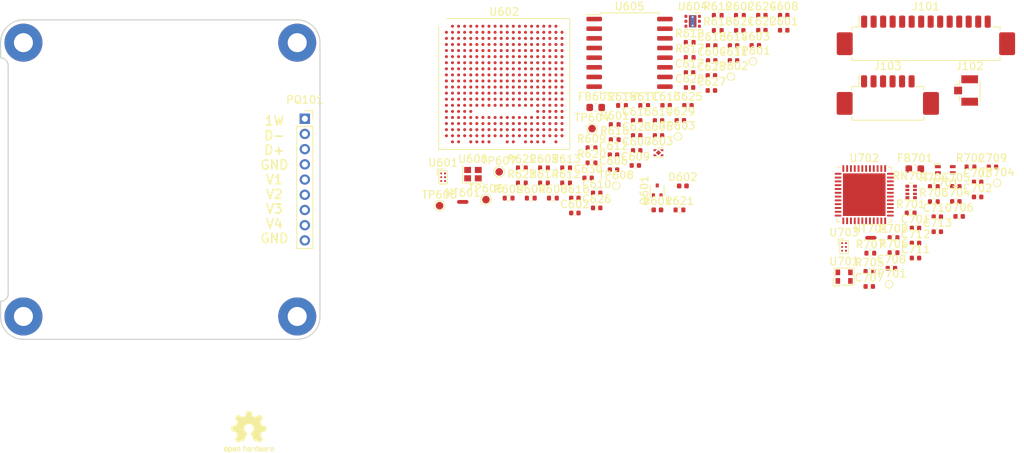
<source format=kicad_pcb>
(kicad_pcb (version 20211014) (generator pcbnew)

  (general
    (thickness 1.6)
  )

  (paper "A4")
  (layers
    (0 "F.Cu" signal)
    (31 "B.Cu" signal)
    (32 "B.Adhes" user "B.Adhesive")
    (33 "F.Adhes" user "F.Adhesive")
    (34 "B.Paste" user)
    (35 "F.Paste" user)
    (36 "B.SilkS" user "B.Silkscreen")
    (37 "F.SilkS" user "F.Silkscreen")
    (38 "B.Mask" user)
    (39 "F.Mask" user)
    (41 "Cmts.User" user "User.Comments")
    (42 "Eco1.User" user "User.Eco1")
    (43 "Eco2.User" user "User.Eco2")
    (44 "Edge.Cuts" user)
    (45 "Margin" user)
    (46 "B.CrtYd" user "B.Courtyard")
    (47 "F.CrtYd" user "F.Courtyard")
    (48 "B.Fab" user)
    (49 "F.Fab" user)
  )

  (setup
    (pad_to_mask_clearance 0.2)
    (solder_mask_min_width 0.25)
    (grid_origin 171.1452 89.472)
    (pcbplotparams
      (layerselection 0x0000030_80000001)
      (disableapertmacros false)
      (usegerberextensions false)
      (usegerberattributes false)
      (usegerberadvancedattributes false)
      (creategerberjobfile false)
      (svguseinch false)
      (svgprecision 6)
      (excludeedgelayer true)
      (plotframeref false)
      (viasonmask false)
      (mode 1)
      (useauxorigin false)
      (hpglpennumber 1)
      (hpglpenspeed 20)
      (hpglpendiameter 15.000000)
      (dxfpolygonmode true)
      (dxfimperialunits true)
      (dxfusepcbnewfont true)
      (psnegative false)
      (psa4output false)
      (plotreference true)
      (plotvalue true)
      (plotinvisibletext false)
      (sketchpadsonfab false)
      (subtractmaskfromsilk false)
      (outputformat 1)
      (mirror false)
      (drillshape 1)
      (scaleselection 1)
      (outputdirectory "")
    )
  )

  (net 0 "")
  (net 1 "GND")
  (net 2 "3V3")
  (net 3 "unconnected-(PQ101-Pad1)")
  (net 4 "unconnected-(PQ101-Pad2)")
  (net 5 "unconnected-(PQ101-Pad3)")
  (net 6 "unconnected-(PQ101-Pad6)")
  (net 7 "unconnected-(PQ101-Pad7)")
  (net 8 "unconnected-(PQ101-Pad8)")
  (net 9 "Net-(C601-Pad1)")
  (net 10 "/fpga/FPGA_2V5")
  (net 11 "/fpga/FPGA_3V3")
  (net 12 "/fpga/FPGA_1V1")
  (net 13 "Net-(C701-Pad1)")
  (net 14 "Net-(C701-Pad2)")
  (net 15 "/transceiver/TRX_3V3")
  (net 16 "Net-(C704-Pad2)")
  (net 17 "Net-(C710-Pad1)")
  (net 18 "Net-(C711-Pad1)")
  (net 19 "/transceiver/RF09P")
  (net 20 "/transceiver/RF09CAP_P")
  (net 21 "/transceiver/RF09N")
  (net 22 "/transceiver/RF09CAP_N")
  (net 23 "/transceiver/RF_EN")
  (net 24 "/transceiver/RST")
  (net 25 "/transceiver/IRQ")
  (net 26 "/SPI_CS2")
  (net 27 "/SPI_CS1")
  (net 28 "/fpga/SPI_CLK")
  (net 29 "/fpga/SPI_MISO")
  (net 30 "/fpga/SPI_MOSI")
  (net 31 "/fpga/FPGA_EN")
  (net 32 "/fpga/FPGA_DONE")
  (net 33 "/fpga/FPGA_INIT")
  (net 34 "/transceiver/RFIO")
  (net 35 "/fpga/JTDO")
  (net 36 "/fpga/JTCK")
  (net 37 "/fpga/JTMS")
  (net 38 "/fpga/JTDI")
  (net 39 "/fpga/FPGA_1V1_PG")
  (net 40 "Net-(NT701-Pad1)")
  (net 41 "Net-(R602-Pad2)")
  (net 42 "/fpga/FPGA_3V3_FAULT")
  (net 43 "/fpga/RXCLOCKP")
  (net 44 "/fpga/RXCLOCKN")
  (net 45 "/fpga/RXDATAP")
  (net 46 "/fpga/RXDATAN")
  (net 47 "Net-(D601-Pad2)")
  (net 48 "Net-(D602-Pad2)")
  (net 49 "Net-(R616-Pad2)")
  (net 50 "Net-(R617-Pad2)")
  (net 51 "Net-(R618-Pad2)")
  (net 52 "Net-(R619-Pad1)")
  (net 53 "/fpga/~{CFG_CS}")
  (net 54 "/fpga/CFG_IO2")
  (net 55 "/fpga/CFG_IO3")
  (net 56 "/fpga/TXCLOCKN")
  (net 57 "/fpga/TXCLOCKP")
  (net 58 "/fpga/TXDATAN")
  (net 59 "/fpga/TXDATAP")
  (net 60 "Net-(R704-Pad2)")
  (net 61 "/transceiver/TRX_FAULT")
  (net 62 "Net-(R707-Pad2)")
  (net 63 "Net-(RN701-Pad5)")
  (net 64 "Net-(RN701-Pad6)")
  (net 65 "Net-(RN701-Pad7)")
  (net 66 "Net-(RN701-Pad8)")
  (net 67 "/fpga/FPGA_IO1")
  (net 68 "/fpga/FPGA_IO0")
  (net 69 "unconnected-(U602-PadB6)")
  (net 70 "unconnected-(U602-PadB8)")
  (net 71 "unconnected-(U602-PadB9)")
  (net 72 "unconnected-(U602-PadB10)")
  (net 73 "/fpga/FPGA_CLK_IN")
  (net 74 "unconnected-(U602-PadC6)")
  (net 75 "unconnected-(U602-PadC7)")
  (net 76 "unconnected-(U602-PadC8)")
  (net 77 "unconnected-(U602-PadC9)")
  (net 78 "unconnected-(U602-PadC10)")
  (net 79 "unconnected-(U602-PadC11)")
  (net 80 "unconnected-(U602-PadC18)")
  (net 81 "unconnected-(U602-PadD6)")
  (net 82 "unconnected-(U602-PadD7)")
  (net 83 "unconnected-(U602-PadD8)")
  (net 84 "unconnected-(U602-PadD9)")
  (net 85 "unconnected-(U602-PadD10)")
  (net 86 "unconnected-(U602-PadD17)")
  (net 87 "unconnected-(U602-PadD18)")
  (net 88 "unconnected-(U602-PadD20)")
  (net 89 "unconnected-(U602-PadE6)")
  (net 90 "unconnected-(U602-PadE7)")
  (net 91 "unconnected-(U602-PadE8)")
  (net 92 "unconnected-(U602-PadE9)")
  (net 93 "unconnected-(U602-PadE10)")
  (net 94 "unconnected-(U602-PadE16)")
  (net 95 "unconnected-(U602-PadE17)")
  (net 96 "unconnected-(U602-PadE18)")
  (net 97 "unconnected-(U602-PadE19)")
  (net 98 "unconnected-(U602-PadF16)")
  (net 99 "unconnected-(U602-PadF17)")
  (net 100 "unconnected-(U602-PadF18)")
  (net 101 "unconnected-(U602-PadF20)")
  (net 102 "unconnected-(U602-PadG16)")
  (net 103 "unconnected-(U602-PadG18)")
  (net 104 "unconnected-(U602-PadG20)")
  (net 105 "unconnected-(U602-PadH16)")
  (net 106 "unconnected-(U602-PadH17)")
  (net 107 "unconnected-(U602-PadH18)")
  (net 108 "unconnected-(U602-PadJ16)")
  (net 109 "unconnected-(U602-PadJ17)")
  (net 110 "unconnected-(U602-PadJ18)")
  (net 111 "unconnected-(U602-PadJ20)")
  (net 112 "unconnected-(U602-PadK16)")
  (net 113 "unconnected-(U602-PadK17)")
  (net 114 "unconnected-(U602-PadK18)")
  (net 115 "unconnected-(U602-PadK20)")
  (net 116 "unconnected-(U602-PadR1)")
  (net 117 "unconnected-(U602-PadR3)")
  (net 118 "unconnected-(U602-PadT1)")
  (net 119 "unconnected-(U602-PadT2)")
  (net 120 "unconnected-(U602-PadT3)")
  (net 121 "unconnected-(U602-PadU1)")
  (net 122 "unconnected-(U602-PadU2)")
  (net 123 "/fpga/CFG_CLK")
  (net 124 "unconnected-(U602-PadV1)")
  (net 125 "/fpga/CFG_IO1")
  (net 126 "/fpga/CFG_IO0")
  (net 127 "unconnected-(U602-PadW3)")
  (net 128 "unconnected-(U602-PadW4)")
  (net 129 "unconnected-(U602-PadW5)")
  (net 130 "unconnected-(U602-PadW8)")
  (net 131 "unconnected-(U602-PadW9)")
  (net 132 "unconnected-(U602-PadW10)")
  (net 133 "unconnected-(U602-PadW11)")
  (net 134 "unconnected-(U602-PadW13)")
  (net 135 "unconnected-(U602-PadW14)")
  (net 136 "unconnected-(U602-PadW17)")
  (net 137 "unconnected-(U602-PadW18)")
  (net 138 "unconnected-(U602-PadW20)")
  (net 139 "unconnected-(U602-PadY5)")
  (net 140 "unconnected-(U602-PadY6)")
  (net 141 "unconnected-(U602-PadY7)")
  (net 142 "unconnected-(U602-PadY8)")
  (net 143 "unconnected-(U602-PadY11)")
  (net 144 "unconnected-(U602-PadY12)")
  (net 145 "unconnected-(U602-PadY14)")
  (net 146 "unconnected-(U602-PadY15)")
  (net 147 "unconnected-(U602-PadY16)")
  (net 148 "unconnected-(U602-PadY17)")
  (net 149 "unconnected-(U602-PadY19)")
  (net 150 "unconnected-(U604-Pad2)")
  (net 151 "unconnected-(U605-Pad3)")
  (net 152 "unconnected-(U605-Pad4)")
  (net 153 "unconnected-(U605-Pad5)")
  (net 154 "unconnected-(U605-Pad6)")
  (net 155 "unconnected-(U605-Pad11)")
  (net 156 "unconnected-(U605-Pad12)")
  (net 157 "unconnected-(U605-Pad13)")
  (net 158 "unconnected-(U605-Pad14)")
  (net 159 "unconnected-(U702-Pad1)")
  (net 160 "unconnected-(U702-Pad2)")
  (net 161 "unconnected-(U702-Pad4)")
  (net 162 "unconnected-(U702-Pad5)")
  (net 163 "unconnected-(U702-Pad11)")
  (net 164 "unconnected-(U702-Pad12)")
  (net 165 "unconnected-(U702-Pad22)")
  (net 166 "unconnected-(U702-Pad35)")
  (net 167 "unconnected-(U702-Pad36)")
  (net 168 "unconnected-(U702-Pad47)")
  (net 169 "Net-(D602-Pad1)")
  (net 170 "unconnected-(H103-Pad1)")
  (net 171 "unconnected-(H101-Pad1)")
  (net 172 "unconnected-(H102-Pad1)")
  (net 173 "unconnected-(H104-Pad1)")

  (footprint "Symbol:OSHW-Logo2_7.3x6mm_SilkScreen" (layer "F.Cu") (at 163.8046 130.6962))

  (footprint "MountingHole:MountingHole_2.5mm_Pad" (layer "F.Cu") (at 170.1452 79.472))

  (footprint "MountingHole:MountingHole_2.5mm_Pad" (layer "F.Cu") (at 134.1452 79.472))

  (footprint "Connector_PinSocket_2.00mm:PinSocket_1x09_P2.00mm_Vertical" (layer "F.Cu") (at 171.1452 89.472))

  (footprint "Resistor_SMD:R_0402_1005Metric" (layer "F.Cu") (at 203.7618 99.9088))

  (footprint "Capacitor_SMD:C_0402_1005Metric" (layer "F.Cu") (at 220.5218 89.6888))

  (footprint "Resistor_SMD:R_0402_1005Metric" (layer "F.Cu") (at 205.5018 97.9188))

  (footprint "Capacitor_SMD:C_0402_1005Metric" (layer "F.Cu") (at 234.1118 77.8388))

  (footprint "Capacitor_SMD:C_0402_1005Metric" (layer "F.Cu") (at 206.6518 101.8688))

  (footprint "Package_BGA:Texas_DSBGA-6_0.9x1.4mm_Layout2x3_P0.5mm" (layer "F.Cu") (at 242.0518 106.3288))

  (footprint "Resistor_SMD:R_0402_1005Metric" (layer "F.Cu") (at 200.8518 99.9088))

  (footprint "Resistor_SMD:R_0402_1005Metric" (layer "F.Cu") (at 245.5018 107.1488))

  (footprint "Capacitor_SMD:C_0402_1005Metric" (layer "F.Cu") (at 231.2418 77.8388))

  (footprint "Capacitor_SMD:C_0402_1005Metric" (layer "F.Cu") (at 228.3318 77.8588))

  (footprint "Capacitor_SMD:C_0402_1005Metric" (layer "F.Cu") (at 234.1118 75.8688))

  (footprint "Resistor_SMD:R_0402_1005Metric" (layer "F.Cu") (at 225.4418 77.8688))

  (footprint "Capacitor_SMD:C_0402_1005Metric" (layer "F.Cu") (at 224.6018 83.7888))

  (footprint "Resistor_SMD:R_0402_1005Metric" (layer "F.Cu") (at 199.6818 95.9288))

  (footprint "Inductor_SMD:L_0603_1608Metric" (layer "F.Cu") (at 251.3518 96.0688))

  (footprint "Package_SO:SOIC-16W_7.5x10.3mm_P1.27mm" (layer "F.Cu") (at 213.8418 80.8088))

  (footprint "Capacitor_SMD:C_0402_1005Metric" (layer "F.Cu") (at 214.7818 89.7088))

  (footprint "Package_BGA:Lattice_caBGA-381_17.0x17.0mm_Layout20x20_P0.8mm_Ball0.4mm_Pad0.4mm_NSMD" (layer "F.Cu") (at 197.3618 84.9088))

  (footprint "Capacitor_SMD:C_0402_1005Metric" (layer "F.Cu") (at 221.7318 83.3988))

  (footprint "Capacitor_SMD:C_0402_1005Metric" (layer "F.Cu") (at 221.7318 85.3688))

  (footprint "Resistor_SMD:R_0402_1005Metric" (layer "F.Cu") (at 202.5918 95.9288))

  (footprint "Capacitor_SMD:C_0402_1005Metric" (layer "F.Cu") (at 251.4418 103.8488))

  (footprint "Resistor_SMD:R_0402_1005Metric" (layer "F.Cu")
    (tedit 5F68FEEE) (tstamp 300d7d5e-0d86-45d7-aadc-54e5d9cf2005)
    (at 199.6818 97.9188)
    (descr "Resistor SMD 0402 (1005 Metric), square (rectangular) end terminal, IPC_7351 nominal, (Body size source: IPC-SM-782 page 72, https://www.pcb-3d.com/wordpress/wp-content/uploads/ipc-sm-782a_amendment_1_and_2.pdf), generated with kicad-footprint-generator")
    (tags "resistor")
    (property "Description" "Resistor, 0402, 1%, 1/16W")
    (property "Mnf." "Vishay")
    (property "PartNumber" "CRCW04024K70FKEDC")
    (property "Sheetfile" "sidloc-schematic/fpga.kicad_sch")
    (property "Sheetname" "fpga")
    (path "/3c19fda9-55de-469e-9693-2d8993bca106/81987ca7-ed98-4877-a955-3899028a47b1")
    (attr smd)
    (fp_text reference "R623" (at 0 -1.17) (layer "F.SilkS")
      (effects (font (size 1 1) (thickness 0.15)))
      (tstamp 2e47380f-97e2-4276-85bf-c82ca7c58e60)
    )
    (fp_text value "4.7k" (at 0 1.17) (layer "F.Fab")
      (effects (font (size 1 1) (thickness 0.15)))
      (tstamp 4a03355b-c637-4336-b3d9-9341dcdcb75f)
    )
    (fp_text user "${REFERENCE}" (at 0 0) (layer "F.Fab")
      (effects (font (size 0.26 0.26) (thickness 0.04)))
      (tstamp cc76f375-b8b8-440f-8fc4-4e7ef7fcec78)
    )
    (fp_line (start -0.153641 -0.38) (end 0.153641 -0.38) (layer "F.SilkS") (width 0.12) (tstamp 1dbe4990-0c70-4aa5-b539-c0f6d5b1d738))
    (fp_line (start -0.153641 0.38) (end 0.153641 0.38) (layer "F.SilkS") (width 0.12) (tstamp 56c27a86-795c-4f60-a9ed-97cde70ab96e))
    (fp_line (start -0.93 0.47) (end -0.93 -0.47) (layer "F.CrtYd") (width 0.05) (tstamp 301797b7-1570-4c7c-b017-62f91ddf1359))
    (fp_line (start 0.93 -0.47) (end 0.93 0.47) (layer "F.CrtYd") (width 0.05) (tstamp 57fbe3c3-0458-4396-9c12-f0f5f394f6c8))
    (fp_line (start 0.93 0.47) (end -0.93 0.47) (layer "F.CrtYd") (width 0.05) (tstamp 821ac304-8331-43df-80d7-fa226f9fd3fa))
    (fp_line (start -0.93 -0.47) (end 0.93 -0.47) (layer "F.CrtYd") (width 0.05) (tstamp e8103c90-bfd9-4eb7-9094-6
... [275520 chars truncated]
</source>
